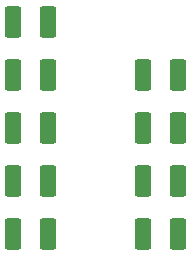
<source format=gbr>
%TF.GenerationSoftware,KiCad,Pcbnew,(7.0.0)*%
%TF.CreationDate,2023-02-27T22:59:02+05:30*%
%TF.ProjectId,9W_SYSKA,39575f53-5953-44b4-912e-6b696361645f,rev?*%
%TF.SameCoordinates,Original*%
%TF.FileFunction,Paste,Top*%
%TF.FilePolarity,Positive*%
%FSLAX46Y46*%
G04 Gerber Fmt 4.6, Leading zero omitted, Abs format (unit mm)*
G04 Created by KiCad (PCBNEW (7.0.0)) date 2023-02-27 22:59:02*
%MOMM*%
%LPD*%
G01*
G04 APERTURE LIST*
G04 Aperture macros list*
%AMRoundRect*
0 Rectangle with rounded corners*
0 $1 Rounding radius*
0 $2 $3 $4 $5 $6 $7 $8 $9 X,Y pos of 4 corners*
0 Add a 4 corners polygon primitive as box body*
4,1,4,$2,$3,$4,$5,$6,$7,$8,$9,$2,$3,0*
0 Add four circle primitives for the rounded corners*
1,1,$1+$1,$2,$3*
1,1,$1+$1,$4,$5*
1,1,$1+$1,$6,$7*
1,1,$1+$1,$8,$9*
0 Add four rect primitives between the rounded corners*
20,1,$1+$1,$2,$3,$4,$5,0*
20,1,$1+$1,$4,$5,$6,$7,0*
20,1,$1+$1,$6,$7,$8,$9,0*
20,1,$1+$1,$8,$9,$2,$3,0*%
G04 Aperture macros list end*
%ADD10RoundRect,0.250001X-0.462499X-1.074999X0.462499X-1.074999X0.462499X1.074999X-0.462499X1.074999X0*%
G04 APERTURE END LIST*
D10*
%TO.C,L9*%
X113012500Y-108500000D03*
X115987500Y-108500000D03*
%TD*%
%TO.C,L8*%
X113012500Y-113000000D03*
X115987500Y-113000000D03*
%TD*%
%TO.C,L5*%
X102012500Y-122000000D03*
X104987500Y-122000000D03*
%TD*%
%TO.C,L4*%
X102012500Y-117500000D03*
X104987500Y-117500000D03*
%TD*%
%TO.C,L1*%
X102012500Y-104000000D03*
X104987500Y-104000000D03*
%TD*%
%TO.C,L7*%
X113012500Y-117500000D03*
X115987500Y-117500000D03*
%TD*%
%TO.C,L2*%
X102012500Y-108500000D03*
X104987500Y-108500000D03*
%TD*%
%TO.C,L6*%
X113012500Y-122000000D03*
X115987500Y-122000000D03*
%TD*%
%TO.C,L3*%
X102012500Y-113000000D03*
X104987500Y-113000000D03*
%TD*%
M02*

</source>
